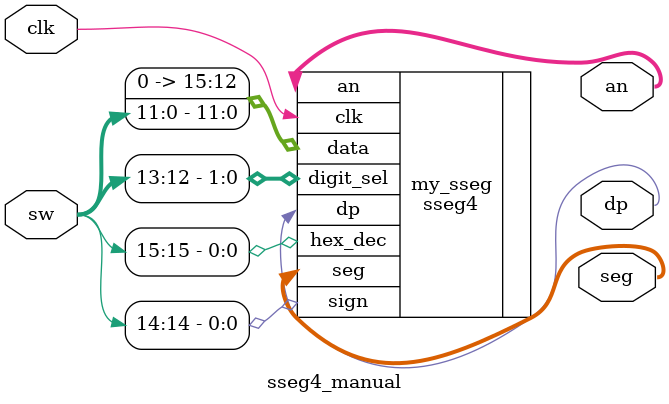
<source format=sv>
`timescale 1ns / 1ps


module sseg4_manual(
    input [15:0] sw,
    input clk,
    
    output [6:0] seg,
    output dp,
    output [3:0] an
    );
    
    sseg4 my_sseg(
        .data({ 4'b0000, sw[11:0] }), .hex_dec(sw[15]), .sign(sw[14]), .digit_sel(sw[13:12]), .clk(clk),
        .seg(seg), .dp(dp), .an(an)
    );
    
endmodule

</source>
